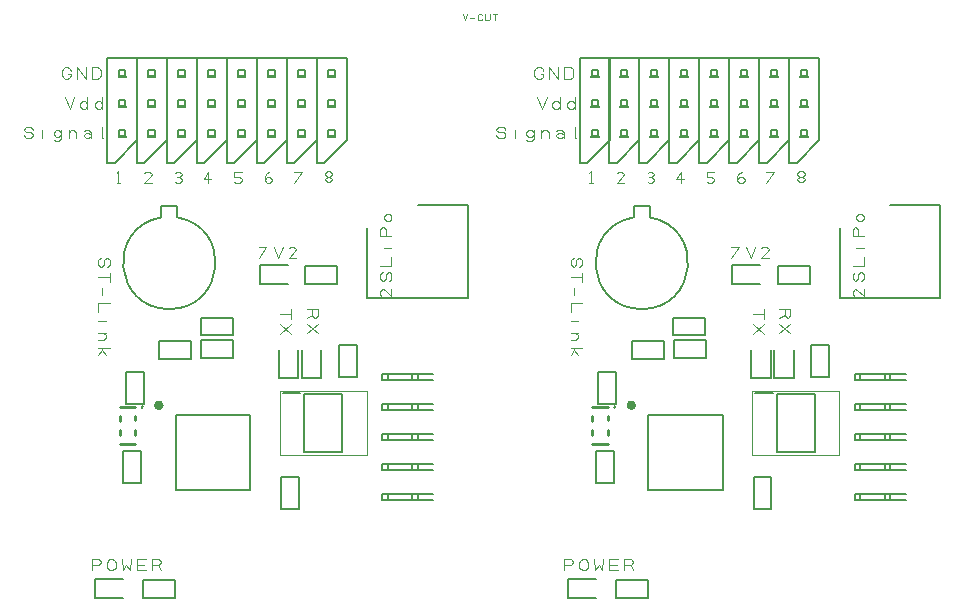
<source format=gto>
G04 EasyPC Gerber Version 21.0.3 Build 4286 *
G04 #@! TF.Part,Single*
G04 #@! TF.FileFunction,Legend,Top *
G04 #@! TF.FilePolarity,Positive *
%FSLAX45Y45*%
%MOIN*%
%ADD19C,0.00100*%
%ADD21C,0.00197*%
%ADD113C,0.00472*%
%ADD70C,0.00500*%
%ADD20C,0.00787*%
%ADD71C,0.01000*%
%ADD22C,0.01575*%
X0Y0D02*
D02*
D19*
X181650Y214666D02*
X182431Y212791D01*
X183213Y214666*
X184150Y213416D02*
X185400D01*
X188213Y213103D02*
X188056Y212947D01*
X187744Y212791*
X187275*
X186963Y212947*
X186806Y213103*
X186650Y213416*
Y214041*
X186806Y214353*
X186963Y214509*
X187275Y214666*
X187744*
X188056Y214509*
X188213Y214353*
X189150Y214666D02*
Y213259D01*
X189306Y212947*
X189619Y212791*
X190244*
X190556Y212947*
X190713Y213259*
Y214666*
X192431Y212791D02*
Y214666D01*
X191650D02*
X193213D01*
D02*
D70*
X69300Y174104D02*
Y176230D01*
X67174*
Y174104*
X69300Y184104D02*
Y186230D01*
X67174*
Y184104*
X69300Y194104D02*
Y196230D01*
X67174*
Y194104*
X69486Y95541D02*
Y84880D01*
X75423*
Y95541*
X69486*
X69497Y173907D02*
X69300Y174104D01*
X67174*
X66977Y173907*
X69497*
Y183907D02*
X69300Y184104D01*
X67174*
X66977Y183907*
X69497*
Y193907D02*
X69300Y194104D01*
X67174*
X66977Y193907*
X69497*
X73281Y197701D02*
Y172701D01*
X65781Y165201*
X63281*
Y200201*
X73281*
Y197701*
X74574Y58564D02*
Y69226D01*
X68637*
Y58564*
X74574*
X75264Y20241D02*
X85925D01*
Y26178*
X75264*
Y20241*
X79083Y174104D02*
Y176230D01*
X76957*
Y174104*
X79083Y184104D02*
Y186230D01*
X76957*
Y184104*
X79083Y194104D02*
Y196230D01*
X76957*
Y194104*
X79280Y173907D02*
X79083Y174104D01*
X76957*
X76761Y173907*
X79280*
Y183907D02*
X79083Y184104D01*
X76957*
X76761Y183907*
X79280*
Y193907D02*
X79083Y194104D01*
X76957*
X76761Y193907*
X79280*
X81247Y147032D02*
G75*
G03X86596I2674J-15167D01*
G01*
Y150969*
X81247*
Y147032*
X83065Y197701D02*
Y172701D01*
X75565Y165201*
X73065*
Y200201*
X83065*
Y197701*
X89083Y174091D02*
Y176217D01*
X86957*
Y174091*
X89083Y184091D02*
Y186217D01*
X86957*
Y184091*
X89083Y194091D02*
Y196217D01*
X86957*
Y194091*
X89280Y173894D02*
X89083Y174091D01*
X86957*
X86761Y173894*
X89280*
Y183894D02*
X89083Y184091D01*
X86957*
X86761Y183894*
X89280*
Y193894D02*
X89083Y194091D01*
X86957*
X86761Y193894*
X89280*
X91220Y105807D02*
X80559D01*
Y99870*
X91220*
Y105807*
X93065Y197688D02*
Y172688D01*
X85565Y165188*
X83065*
Y200188*
X93065*
Y197688*
X99083Y174091D02*
Y176217D01*
X96957*
Y174091*
X99083Y184091D02*
Y186217D01*
X96957*
Y184091*
X99083Y194091D02*
Y196217D01*
X96957*
Y194091*
X99280Y173894D02*
X99083Y174091D01*
X96957*
X96761Y173894*
X99280*
Y183894D02*
X99083Y184091D01*
X96957*
X96761Y183894*
X99280*
Y193894D02*
X99083Y194091D01*
X96957*
X96761Y193894*
X99280*
X103065Y197688D02*
Y172688D01*
X95565Y165188*
X93065*
Y200188*
X103065*
Y197688*
X105039Y113632D02*
X94378D01*
Y107695*
X105039*
Y113632*
X105246Y106142D02*
X94585D01*
Y100205*
X105246*
Y106142*
X109083Y174104D02*
Y176230D01*
X106957*
Y174104*
X109083Y184104D02*
Y186230D01*
X106957*
Y184104*
X109083Y194104D02*
Y196230D01*
X106957*
Y194104*
X109280Y173907D02*
X109083Y174104D01*
X106957*
X106761Y173907*
X109280*
Y183907D02*
X109083Y184104D01*
X106957*
X106761Y183907*
X109280*
Y193907D02*
X109083Y194104D01*
X106957*
X106761Y193907*
X109280*
X113065Y197701D02*
Y172701D01*
X105565Y165201*
X103065*
Y200201*
X113065*
Y197701*
X119083Y174091D02*
Y176217D01*
X116957*
Y174091*
X119083Y184091D02*
Y186217D01*
X116957*
Y184091*
X119083Y194091D02*
Y196217D01*
X116957*
Y194091*
X119280Y173894D02*
X119083Y174091D01*
X116957*
X116761Y173894*
X119280*
Y183894D02*
X119083Y184091D01*
X116957*
X116761Y183894*
X119280*
Y193894D02*
X119083Y194091D01*
X116957*
X116761Y193894*
X119280*
X121180Y60365D02*
Y49703D01*
X127117*
Y60365*
X121180*
X123065Y197688D02*
Y172688D01*
X115565Y165188*
X113065*
Y200188*
X123065*
Y197688*
X129083Y174091D02*
Y176217D01*
X126957*
Y174091*
X129083Y184091D02*
Y186217D01*
X126957*
Y184091*
X129083Y194091D02*
Y196217D01*
X126957*
Y194091*
X129250Y124801D02*
X139911D01*
Y130738*
X129250*
Y124801*
X129280Y173894D02*
X129083Y174091D01*
X126957*
X126761Y173894*
X129280*
Y183894D02*
X129083Y184091D01*
X126957*
X126761Y183894*
X129280*
Y193894D02*
X129083Y194091D01*
X126957*
X126761Y193894*
X129280*
X133065Y197688D02*
Y172688D01*
X125565Y165188*
X123065*
Y200188*
X133065*
Y197688*
X139083Y174091D02*
Y176217D01*
X136957*
Y174091*
X139083Y184091D02*
Y186217D01*
X136957*
Y184091*
X139083Y194091D02*
Y196217D01*
X136957*
Y194091*
X139280Y173894D02*
X139083Y174091D01*
X136957*
X136761Y173894*
X139280*
Y183894D02*
X139083Y184091D01*
X136957*
X136761Y183894*
X139280*
Y193894D02*
X139083Y194091D01*
X136957*
X136761Y193894*
X139280*
X143065Y197688D02*
Y172688D01*
X135565Y165188*
X133065*
Y200188*
X143065*
Y197688*
X146368Y93679D02*
Y104341D01*
X140431*
Y93679*
X146368*
X154845Y52897D02*
X156813D01*
Y54866*
X154845*
Y52897*
Y62897D02*
X156813D01*
Y64866*
X154845*
Y62897*
Y72897D02*
X156813D01*
Y74866*
X154845*
Y72897*
Y74866D02*
X171853D01*
X154845Y82898D02*
X156813D01*
Y84866*
X154845*
Y82898*
Y92898D02*
X156813D01*
Y94866*
X154845*
Y92898*
Y94866D02*
X171853D01*
X156813Y52897D02*
X171853D01*
X156813Y54866D02*
X171853D01*
X156813Y62897D02*
X171853D01*
X156813Y64866D02*
X171853D01*
X156813Y72897D02*
X171853D01*
X156813Y82898D02*
X171853D01*
X156813Y84866D02*
X171853D01*
X156813Y92898D02*
X171853D01*
X164845Y52897D02*
X171853D01*
X164845D02*
X166813D01*
Y54866*
X164845*
Y52897*
Y54866D02*
X171853D01*
X164845Y62897D02*
X171853D01*
X164845D02*
X166813D01*
Y64866*
X164845*
Y62897*
Y64866D02*
X171853D01*
X164845Y72897D02*
X171853D01*
X164845D02*
X166813D01*
Y74866*
X164845*
Y72897*
Y74866D02*
X171853D01*
X164845Y82898D02*
X171853D01*
X164845D02*
X166813D01*
Y84866*
X164845*
Y82898*
Y84866D02*
X171853D01*
X164845Y92898D02*
X171853D01*
X164845D02*
X166813D01*
Y94866*
X164845*
Y92898*
Y94866D02*
X171853D01*
Y52897D02*
X166813D01*
X171853Y54866D02*
X166813D01*
X171853Y62897D02*
X166813D01*
X171853Y64866D02*
X166813D01*
X171853Y72897D02*
X166813D01*
X171853Y74866D02*
X166813D01*
X171853Y82898D02*
X166813D01*
X171853Y84866D02*
X166813D01*
X171853Y92898D02*
X166813D01*
X171853Y94866D02*
X166813D01*
X226780Y174104D02*
Y176230D01*
X224654*
Y174104*
X226780Y184104D02*
Y186230D01*
X224654*
Y184104*
X226780Y194104D02*
Y196230D01*
X224654*
Y194104*
X226967Y95541D02*
Y84880D01*
X232904*
Y95541*
X226967*
X226977Y173907D02*
X226780Y174104D01*
X224654*
X224457Y173907*
X226977*
Y183907D02*
X226780Y184104D01*
X224654*
X224457Y183907*
X226977*
Y193907D02*
X226780Y194104D01*
X224654*
X224457Y193907*
X226977*
X230762Y197701D02*
Y172701D01*
X223262Y165201*
X220762*
Y200201*
X230762*
Y197701*
X232055Y58564D02*
Y69226D01*
X226118*
Y58564*
X232055*
X232744Y20241D02*
X243406D01*
Y26178*
X232744*
Y20241*
X236564Y174104D02*
Y176230D01*
X234438*
Y174104*
X236564Y184104D02*
Y186230D01*
X234438*
Y184104*
X236564Y194104D02*
Y196230D01*
X234438*
Y194104*
X236761Y173907D02*
X236564Y174104D01*
X234438*
X234241Y173907*
X236761*
Y183907D02*
X236564Y184104D01*
X234438*
X234241Y183907*
X236761*
Y193907D02*
X236564Y194104D01*
X234438*
X234241Y193907*
X236761*
X238727Y147032D02*
G75*
G03X244076I2674J-15167D01*
G01*
Y150969*
X238727*
Y147032*
X240545Y197701D02*
Y172701D01*
X233045Y165201*
X230545*
Y200201*
X240545*
Y197701*
X246564Y174091D02*
Y176217D01*
X244438*
Y174091*
X246564Y184091D02*
Y186217D01*
X244438*
Y184091*
X246564Y194091D02*
Y196217D01*
X244438*
Y194091*
X246761Y173894D02*
X246564Y174091D01*
X244438*
X244241Y173894*
X246761*
Y183894D02*
X246564Y184091D01*
X244438*
X244241Y183894*
X246761*
Y193894D02*
X246564Y194091D01*
X244438*
X244241Y193894*
X246761*
X248701Y105807D02*
X238039D01*
Y99870*
X248701*
Y105807*
X250545Y197688D02*
Y172688D01*
X243045Y165188*
X240545*
Y200188*
X250545*
Y197688*
X256564Y174091D02*
Y176217D01*
X254438*
Y174091*
X256564Y184091D02*
Y186217D01*
X254438*
Y184091*
X256564Y194091D02*
Y196217D01*
X254438*
Y194091*
X256761Y173894D02*
X256564Y174091D01*
X254438*
X254241Y173894*
X256761*
Y183894D02*
X256564Y184091D01*
X254438*
X254241Y183894*
X256761*
Y193894D02*
X256564Y194091D01*
X254438*
X254241Y193894*
X256761*
X260545Y197688D02*
Y172688D01*
X253045Y165188*
X250545*
Y200188*
X260545*
Y197688*
X262520Y113632D02*
X251858D01*
Y107695*
X262520*
Y113632*
X262726Y106142D02*
X252065D01*
Y100205*
X262726*
Y106142*
X266564Y174104D02*
Y176230D01*
X264438*
Y174104*
X266564Y184104D02*
Y186230D01*
X264438*
Y184104*
X266564Y194104D02*
Y196230D01*
X264438*
Y194104*
X266761Y173907D02*
X266564Y174104D01*
X264438*
X264241Y173907*
X266761*
Y183907D02*
X266564Y184104D01*
X264438*
X264241Y183907*
X266761*
Y193907D02*
X266564Y194104D01*
X264438*
X264241Y193907*
X266761*
X270545Y197701D02*
Y172701D01*
X263045Y165201*
X260545*
Y200201*
X270545*
Y197701*
X276564Y174091D02*
Y176217D01*
X274438*
Y174091*
X276564Y184091D02*
Y186217D01*
X274438*
Y184091*
X276564Y194091D02*
Y196217D01*
X274438*
Y194091*
X276761Y173894D02*
X276564Y174091D01*
X274438*
X274241Y173894*
X276761*
Y183894D02*
X276564Y184091D01*
X274438*
X274241Y183894*
X276761*
Y193894D02*
X276564Y194091D01*
X274438*
X274241Y193894*
X276761*
X278660Y60365D02*
Y49703D01*
X284597*
Y60365*
X278660*
X280545Y197688D02*
Y172688D01*
X273045Y165188*
X270545*
Y200188*
X280545*
Y197688*
X286564Y174091D02*
Y176217D01*
X284438*
Y174091*
X286564Y184091D02*
Y186217D01*
X284438*
Y184091*
X286564Y194091D02*
Y196217D01*
X284438*
Y194091*
X286730Y124801D02*
X297392D01*
Y130738*
X286730*
Y124801*
X286761Y173894D02*
X286564Y174091D01*
X284438*
X284241Y173894*
X286761*
Y183894D02*
X286564Y184091D01*
X284438*
X284241Y183894*
X286761*
Y193894D02*
X286564Y194091D01*
X284438*
X284241Y193894*
X286761*
X290545Y197688D02*
Y172688D01*
X283045Y165188*
X280545*
Y200188*
X290545*
Y197688*
X296564Y174091D02*
Y176217D01*
X294438*
Y174091*
X296564Y184091D02*
Y186217D01*
X294438*
Y184091*
X296564Y194091D02*
Y196217D01*
X294438*
Y194091*
X296761Y173894D02*
X296564Y174091D01*
X294438*
X294241Y173894*
X296761*
Y183894D02*
X296564Y184091D01*
X294438*
X294241Y183894*
X296761*
Y193894D02*
X296564Y194091D01*
X294438*
X294241Y193894*
X296761*
X300545Y197688D02*
Y172688D01*
X293045Y165188*
X290545*
Y200188*
X300545*
Y197688*
X303848Y93679D02*
Y104341D01*
X297911*
Y93679*
X303848*
X312325Y52897D02*
X314294D01*
Y54866*
X312325*
Y52897*
Y62897D02*
X314294D01*
Y64866*
X312325*
Y62897*
Y72897D02*
X314294D01*
Y74866*
X312325*
Y72897*
Y74866D02*
X329333D01*
X312325Y82898D02*
X314294D01*
Y84866*
X312325*
Y82898*
Y92898D02*
X314294D01*
Y94866*
X312325*
Y92898*
Y94866D02*
X329333D01*
X314294Y52897D02*
X329333D01*
X314294Y54866D02*
X329333D01*
X314294Y62897D02*
X329333D01*
X314294Y64866D02*
X329333D01*
X314294Y72897D02*
X329333D01*
X314294Y82898D02*
X329333D01*
X314294Y84866D02*
X329333D01*
X314294Y92898D02*
X329333D01*
X322325Y52897D02*
X329333D01*
X322325D02*
X324294D01*
Y54866*
X322325*
Y52897*
Y54866D02*
X329333D01*
X322325Y62897D02*
X329333D01*
X322325D02*
X324294D01*
Y64866*
X322325*
Y62897*
Y64866D02*
X329333D01*
X322325Y72897D02*
X329333D01*
X322325D02*
X324294D01*
Y74866*
X322325*
Y72897*
Y74866D02*
X329333D01*
X322325Y82898D02*
X329333D01*
X322325D02*
X324294D01*
Y84866*
X322325*
Y82898*
Y84866D02*
X329333D01*
X322325Y92898D02*
X329333D01*
X322325D02*
X324294D01*
Y94866*
X322325*
Y92898*
Y94866D02*
X329333D01*
Y52897D02*
X324294D01*
X329333Y54866D02*
X324294D01*
X329333Y62897D02*
X324294D01*
X329333Y64866D02*
X324294D01*
X329333Y72897D02*
X324294D01*
X329333Y74866D02*
X324294D01*
X329333Y82898D02*
X324294D01*
X329333Y84866D02*
X324294D01*
X329333Y92898D02*
X324294D01*
X329333Y94866D02*
X324294D01*
D02*
D71*
X67435Y76010D02*
Y74518D01*
Y80734D02*
Y79242D01*
Y83951D02*
X72553D01*
Y71352D02*
X67435D01*
X72553Y76010D02*
Y74518D01*
Y80829D02*
Y79337D01*
X74829Y83608D02*
G75*
G02Y83971J181D01*
G01*
X224915Y76010D02*
Y74518D01*
Y80734D02*
Y79242D01*
Y83951D02*
X230033D01*
Y71352D02*
X224915D01*
X230033Y76010D02*
Y74518D01*
Y80829D02*
Y79337D01*
X232309Y83608D02*
G75*
G02Y83971J181D01*
G01*
D02*
D20*
X68518Y26582D02*
X59168D01*
Y20086*
X68518*
X86037Y81039D02*
X110840D01*
Y56236*
X86037*
Y81039*
X120339Y102907D02*
Y93557D01*
X126835*
Y102907*
X121673Y88530D02*
X127578D01*
X123429Y131195D02*
X114079D01*
Y124699*
X123429*
X128055Y102809D02*
Y93459D01*
X134551*
Y102809*
X128956Y88018D02*
X141555D01*
Y68726*
X128956*
Y88018*
X149925Y143567D02*
Y120299D01*
X183390*
Y151244*
X166657*
X225998Y26582D02*
X216648D01*
Y20086*
X225998*
X243517Y81039D02*
X268320D01*
Y56236*
X243517*
Y81039*
X277819Y102907D02*
Y93557D01*
X284315*
Y102907*
X279153Y88530D02*
X285059D01*
X280909Y131195D02*
X271559D01*
Y124699*
X280909*
X285535Y102809D02*
Y93459D01*
X292031*
Y102809*
X286437Y88018D02*
X299035D01*
Y68726*
X286437*
Y88018*
X307406Y143567D02*
Y120299D01*
X340870*
Y151244*
X324138*
D02*
D21*
X120689Y89002D02*
X149822D01*
Y67742*
X120689*
Y89002*
X278169D02*
X307303D01*
Y67742*
X278169*
Y89002*
D02*
D22*
X81214Y84385D02*
G75*
G02X79639I-787D01*
G01*
X81214D02*
G75*
G02X79639I-787D01*
G01*
G75*
G02X81214I787*
G01*
X238694D02*
G75*
G02X237120I-787D01*
G01*
X238694D02*
G75*
G02X237120I-787D01*
G01*
G75*
G02X238694I787*
G01*
D02*
D113*
X35368Y174438D02*
X35681Y173813D01*
X36306Y173500*
X37556*
X38181Y173813*
X38493Y174438*
X38181Y175063*
X37556Y175376*
X36306*
X35681Y175688*
X35368Y176313*
X35681Y176938*
X36306Y177250*
X37556*
X38181Y176938*
X38493Y176313*
X41618Y173500D02*
Y176000D01*
Y176938D02*
X47868Y175063*
X47556Y175688D01*
X46931Y176000*
X46306*
X45681Y175688*
X45368Y175063*
Y174750*
X45681Y174126*
X46306Y173813*
X46931*
X47556Y174126*
X47868Y174750*
Y176000D02*
Y173500D01*
X47556Y172876*
X46931Y172563*
X45993*
X45368Y172876*
X50368Y173500D02*
Y176000D01*
Y175063D02*
X50681Y175688D01*
X51306Y176000*
X51931*
X52556Y175688*
X52868Y175063*
Y173500*
X55368Y175688D02*
X55993Y176000D01*
X56931*
X57556Y175688*
X57868Y175063*
Y174126*
X57556Y173813*
X56931Y173500*
X56306*
X55681Y173813*
X55368Y174126*
Y174438*
X55681Y174750*
X56306Y175063*
X56931*
X57556Y174750*
X57868Y174438*
Y174126D02*
Y173500D01*
X61931D02*
X61618D01*
Y177250*
X50223Y194827D02*
X51161D01*
Y194514*
X50848Y193889*
X50535Y193577*
X49911Y193264*
X49285*
X48661Y193577*
X48348Y193889*
X48035Y194514*
Y195764*
X48348Y196389*
X48661Y196702*
X49285Y197014*
X49911*
X50535Y196702*
X50848Y196389*
X51161Y195764*
X53035Y193264D02*
Y197014D01*
X56161Y193264*
Y197014*
X58035Y193264D02*
Y197014D01*
X59911*
X60535Y196702*
X60848Y196389*
X61161Y195764*
Y194514*
X60848Y193889*
X60535Y193577*
X59911Y193264*
X58035*
X49108Y187014D02*
X50671Y183264D01*
X52233Y187014*
X56608Y184827D02*
X56296Y185452D01*
X55671Y185764*
X55046*
X54421Y185452*
X54108Y184827*
Y184202*
X54421Y183577*
X55046Y183264*
X55671*
X56296Y183577*
X56608Y184202*
Y183264D02*
Y187014D01*
X61608Y184827D02*
X61296Y185452D01*
X60671Y185764*
X60046*
X59421Y185452*
X59108Y184827*
Y184202*
X59421Y183577*
X60046Y183264*
X60671*
X61296Y183577*
X61608Y184202*
Y183264D02*
Y187014D01*
X58016Y29347D02*
Y33097D01*
X60203*
X60828Y32785*
X61141Y32159*
X60828Y31535*
X60203Y31222*
X58016*
X63016Y30597D02*
Y31847D01*
X63328Y32472*
X63641Y32785*
X64266Y33097*
X64891*
X65516Y32785*
X65828Y32472*
X66141Y31847*
Y30597*
X65828Y29972*
X65516Y29659*
X64891Y29347*
X64266*
X63641Y29659*
X63328Y29972*
X63016Y30597*
X68016Y33097D02*
X68328Y29347D01*
X69578Y31222*
X70828Y29347*
X71141Y33097*
X73016Y29347D02*
Y33097D01*
X76141*
X75516Y31222D02*
X73016D01*
Y29347D02*
X76141D01*
X78016D02*
Y33097D01*
X80203*
X80828Y32785*
X81141Y32159*
X80828Y31535*
X80203Y31222*
X78016*
X80203D02*
X81141Y29347D01*
X61180Y133596D02*
X60555Y133284D01*
X60243Y132659*
Y131409*
X60555Y130784*
X61180Y130471*
X61805Y130784*
X62118Y131409*
Y132659*
X62430Y133284*
X63055Y133596*
X63680Y133284*
X63993Y132659*
Y131409*
X63680Y130784*
X63055Y130471*
X60243Y127034D02*
X63993D01*
Y128596D02*
Y125471D01*
X61493Y123596D02*
Y121096D01*
X63993Y118596D02*
X60243D01*
Y115471*
Y112346D02*
X62743D01*
X63680D02*
X60243Y108596*
X62743D01*
X61805D02*
X62430Y108284D01*
X62743Y107659*
Y107034*
X62430Y106409*
X61805Y106096*
X60243*
Y103596D02*
X63993D01*
X61493D02*
Y102659D01*
X62743Y101096*
X61493Y102659D02*
X60243Y101096D01*
X66328Y158609D02*
X67578D01*
X66953D02*
Y162359D01*
X66328Y161734*
X78045Y158510D02*
X75545D01*
X77733Y160698*
X78045Y161323*
X77733Y161948*
X77108Y162260*
X76170*
X75545Y161948*
X85868Y158823D02*
X86493Y158510D01*
X87118*
X87743Y158823*
X88055Y159448*
X87743Y160073*
X87118Y160385*
X86493*
X87118D02*
X87743Y160698D01*
X88055Y161323*
X87743Y161948*
X87118Y162260*
X86493*
X85868Y161948*
X96931Y158510D02*
Y162260D01*
X95368Y159760*
X97868*
X105594Y158744D02*
X106220Y158431D01*
X107157*
X107782Y158744*
X108094Y159369*
Y159681*
X107782Y160307*
X107157Y160619*
X105594*
Y162181*
X108094*
X113685Y133530D02*
X116185Y137280D01*
X113685*
X118685D02*
X120248Y133530D01*
X121810Y137280*
X126185Y133530D02*
X123685D01*
X125872Y135718*
X126185Y136343*
X125872Y136968*
X125248Y137280*
X124310*
X123685Y136968*
X115693Y159448D02*
X116006Y160073D01*
X116630Y160385*
X117256*
X117880Y160073*
X118193Y159448*
X117880Y158823*
X117256Y158510*
X116630*
X116006Y158823*
X115693Y159448*
Y160385*
X116006Y161323*
X116630Y161948*
X117256Y162260*
X120853Y114859D02*
X124603D01*
Y116421D02*
Y113296D01*
X120853Y111421D02*
X124603Y108296D01*
Y111421D02*
X120853Y108296D01*
X125496Y158510D02*
X127996Y162260D01*
X125496*
X129721Y116569D02*
X133471D01*
Y114381*
X133159Y113756*
X132533Y113444*
X131909Y113756*
X131596Y114381*
Y116569*
Y114381D02*
X129721Y113444D01*
Y111569D02*
X133471Y108444D01*
Y111569D02*
X129721Y108444D01*
X136660Y160602D02*
X137285D01*
X137910Y160915*
X138222Y161539*
X137910Y162165*
X137285Y162477*
X136660*
X136035Y162165*
X135722Y161539*
X136035Y160915*
X136660Y160602*
X136035Y160289*
X135722Y159665*
X136035Y159039*
X136660Y158727*
X137285*
X137910Y159039*
X138222Y159665*
X137910Y160289*
X137285Y160602*
X157974Y123222D02*
Y120722D01*
X155786Y122910*
X155161Y123222*
X154536Y122910*
X154224Y122285*
Y121348*
X154536Y120722*
X157036Y125722D02*
X157661Y126035D01*
X157974Y126660*
Y127910*
X157661Y128535*
X157036Y128848*
X156411Y128535*
X156099Y127910*
Y126660*
X155786Y126035*
X155161Y125722*
X154536Y126035*
X154224Y126660*
Y127910*
X154536Y128535*
X155161Y128848*
X154224Y130722D02*
X157974D01*
Y133848*
Y136972D02*
X155474D01*
X154536D02*
X157974Y140722*
X154224D01*
Y142910*
X154536Y143535*
X155161Y143848*
X155786Y143535*
X156099Y142910*
Y140722*
X157036Y145722D02*
X157661Y146035D01*
X157974Y146660*
Y147285*
X157661Y147910*
X157036Y148222*
X156411*
X155786Y147910*
X155474Y147285*
Y146660*
X155786Y146035*
X156411Y145722*
X157036*
X192848Y174438D02*
X193161Y173813D01*
X193786Y173500*
X195036*
X195661Y173813*
X195974Y174438*
X195661Y175063*
X195036Y175376*
X193786*
X193161Y175688*
X192848Y176313*
X193161Y176938*
X193786Y177250*
X195036*
X195661Y176938*
X195974Y176313*
X199098Y173500D02*
Y176000D01*
Y176938D02*
X205348Y175063*
X205036Y175688D01*
X204411Y176000*
X203786*
X203161Y175688*
X202848Y175063*
Y174750*
X203161Y174126*
X203786Y173813*
X204411*
X205036Y174126*
X205348Y174750*
Y176000D02*
Y173500D01*
X205036Y172876*
X204411Y172563*
X203474*
X202848Y172876*
X207848Y173500D02*
Y176000D01*
Y175063D02*
X208161Y175688D01*
X208786Y176000*
X209411*
X210036Y175688*
X210348Y175063*
Y173500*
X212848Y175688D02*
X213474Y176000D01*
X214411*
X215036Y175688*
X215348Y175063*
Y174126*
X215036Y173813*
X214411Y173500*
X213786*
X213161Y173813*
X212848Y174126*
Y174438*
X213161Y174750*
X213786Y175063*
X214411*
X215036Y174750*
X215348Y174438*
Y174126D02*
Y173500D01*
X219411D02*
X219098D01*
Y177250*
X207703Y194827D02*
X208641D01*
Y194514*
X208328Y193889*
X208016Y193577*
X207391Y193264*
X206766*
X206141Y193577*
X205828Y193889*
X205516Y194514*
Y195764*
X205828Y196389*
X206141Y196702*
X206766Y197014*
X207391*
X208016Y196702*
X208328Y196389*
X208641Y195764*
X210516Y193264D02*
Y197014D01*
X213641Y193264*
Y197014*
X215516Y193264D02*
Y197014D01*
X217391*
X218016Y196702*
X218328Y196389*
X218641Y195764*
Y194514*
X218328Y193889*
X218016Y193577*
X217391Y193264*
X215516*
X206589Y187014D02*
X208151Y183264D01*
X209714Y187014*
X214089Y184827D02*
X213776Y185452D01*
X213151Y185764*
X212526*
X211901Y185452*
X211589Y184827*
Y184202*
X211901Y183577*
X212526Y183264*
X213151*
X213776Y183577*
X214089Y184202*
Y183264D02*
Y187014D01*
X219089Y184827D02*
X218776Y185452D01*
X218151Y185764*
X217526*
X216901Y185452*
X216589Y184827*
Y184202*
X216901Y183577*
X217526Y183264*
X218151*
X218776Y183577*
X219089Y184202*
Y183264D02*
Y187014D01*
X215496Y29347D02*
Y33097D01*
X217683*
X218309Y32785*
X218621Y32159*
X218309Y31535*
X217683Y31222*
X215496*
X220496Y30597D02*
Y31847D01*
X220809Y32472*
X221121Y32785*
X221746Y33097*
X222371*
X222996Y32785*
X223309Y32472*
X223621Y31847*
Y30597*
X223309Y29972*
X222996Y29659*
X222371Y29347*
X221746*
X221121Y29659*
X220809Y29972*
X220496Y30597*
X225496Y33097D02*
X225809Y29347D01*
X227059Y31222*
X228309Y29347*
X228621Y33097*
X230496Y29347D02*
Y33097D01*
X233621*
X232996Y31222D02*
X230496D01*
Y29347D02*
X233621D01*
X235496D02*
Y33097D01*
X237683*
X238309Y32785*
X238621Y32159*
X238309Y31535*
X237683Y31222*
X235496*
X237683D02*
X238621Y29347D01*
X218661Y133596D02*
X218035Y133284D01*
X217723Y132659*
Y131409*
X218035Y130784*
X218661Y130471*
X219285Y130784*
X219598Y131409*
Y132659*
X219911Y133284*
X220535Y133596*
X221161Y133284*
X221473Y132659*
Y131409*
X221161Y130784*
X220535Y130471*
X217723Y127034D02*
X221473D01*
Y128596D02*
Y125471D01*
X218973Y123596D02*
Y121096D01*
X221473Y118596D02*
X217723D01*
Y115471*
Y112346D02*
X220223D01*
X221161D02*
X217723Y108596*
X220223D01*
X219285D02*
X219911Y108284D01*
X220223Y107659*
Y107034*
X219911Y106409*
X219285Y106096*
X217723*
Y103596D02*
X221473D01*
X218973D02*
Y102659D01*
X220223Y101096*
X218973Y102659D02*
X217723Y101096D01*
X223808Y158609D02*
X225058D01*
X224433D02*
Y162359D01*
X223808Y161734*
X235526Y158510D02*
X233026D01*
X235213Y160698*
X235526Y161323*
X235213Y161948*
X234588Y162260*
X233651*
X233026Y161948*
X243348Y158823D02*
X243973Y158510D01*
X244598*
X245223Y158823*
X245535Y159448*
X245223Y160073*
X244598Y160385*
X243973*
X244598D02*
X245223Y160698D01*
X245535Y161323*
X245223Y161948*
X244598Y162260*
X243973*
X243348Y161948*
X254411Y158510D02*
Y162260D01*
X252848Y159760*
X255348*
X263075Y158744D02*
X263700Y158431D01*
X264637*
X265262Y158744*
X265575Y159369*
Y159681*
X265262Y160307*
X264637Y160619*
X263075*
Y162181*
X265575*
X271165Y133530D02*
X273665Y137280D01*
X271165*
X276165D02*
X277728Y133530D01*
X279291Y137280*
X283665Y133530D02*
X281165D01*
X283353Y135718*
X283665Y136343*
X283353Y136968*
X282728Y137280*
X281791*
X281165Y136968*
X273173Y159448D02*
X273486Y160073D01*
X274111Y160385*
X274736*
X275361Y160073*
X275673Y159448*
X275361Y158823*
X274736Y158510*
X274111*
X273486Y158823*
X273173Y159448*
Y160385*
X273486Y161323*
X274111Y161948*
X274736Y162260*
X278333Y114859D02*
X282083D01*
Y116421D02*
Y113296D01*
X278333Y111421D02*
X282083Y108296D01*
Y111421D02*
X278333Y108296D01*
X282976Y158510D02*
X285476Y162260D01*
X282976*
X287201Y116569D02*
X290951D01*
Y114381*
X290639Y113756*
X290014Y113444*
X289389Y113756*
X289076Y114381*
Y116569*
Y114381D02*
X287201Y113444D01*
Y111569D02*
X290951Y108444D01*
Y111569D02*
X287201Y108444D01*
X294140Y160602D02*
X294765D01*
X295390Y160915*
X295703Y161539*
X295390Y162165*
X294765Y162477*
X294140*
X293515Y162165*
X293203Y161539*
X293515Y160915*
X294140Y160602*
X293515Y160289*
X293203Y159665*
X293515Y159039*
X294140Y158727*
X294765*
X295390Y159039*
X295703Y159665*
X295390Y160289*
X294765Y160602*
X315454Y123222D02*
Y120722D01*
X313267Y122910*
X312642Y123222*
X312017Y122910*
X311704Y122285*
Y121348*
X312017Y120722*
X314517Y125722D02*
X315142Y126035D01*
X315454Y126660*
Y127910*
X315142Y128535*
X314517Y128848*
X313892Y128535*
X313579Y127910*
Y126660*
X313267Y126035*
X312642Y125722*
X312017Y126035*
X311704Y126660*
Y127910*
X312017Y128535*
X312642Y128848*
X311704Y130722D02*
X315454D01*
Y133848*
Y136972D02*
X312954D01*
X312017D02*
X315454Y140722*
X311704D01*
Y142910*
X312017Y143535*
X312642Y143848*
X313267Y143535*
X313579Y142910*
Y140722*
X314517Y145722D02*
X315142Y146035D01*
X315454Y146660*
Y147285*
X315142Y147910*
X314517Y148222*
X313892*
X313267Y147910*
X312954Y147285*
Y146660*
X313267Y146035*
X313892Y145722*
X314517*
X0Y0D02*
M02*

</source>
